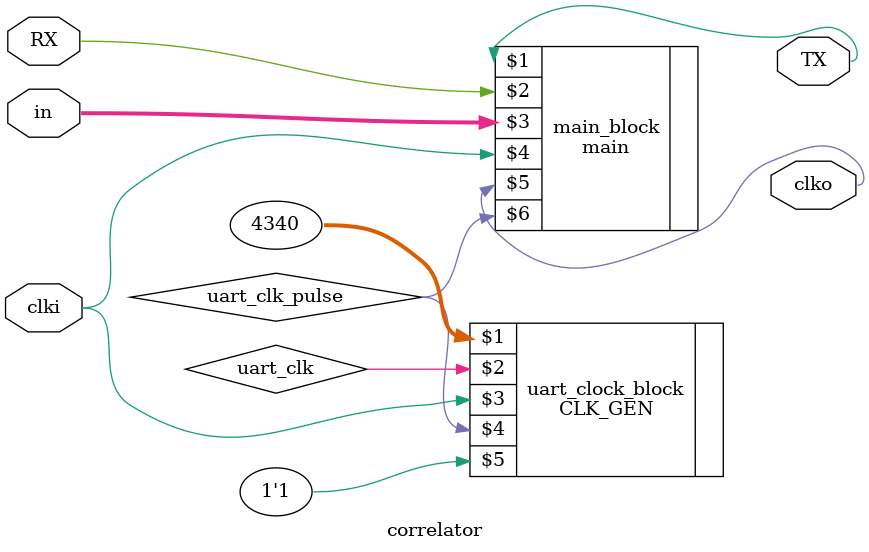
<source format=v>
module correlator (
	TX,
	RX,
	in,
	clki,
	clko
	);

parameter SECOND = 1000000000;
parameter BAUDRATE = 230400;
parameter UART_TAU = SECOND/BAUDRATE;
parameter CLK_FREQUENCY = 50000000;
parameter RESOLUTION = 12;
parameter ADC_RESOLUTION = 8;
parameter NUM_INPUTS = 10;

output wire TX;
input wire RX;
input wire[NUM_INPUTS-1:0] in;
input wire clki;
output wire clko;

wire uart_clk;
wire uart_clk_pulse;

CLK_GEN #(.CLK_FREQUENCY(CLK_FREQUENCY)) uart_clock_block(
	UART_TAU,
	uart_clk,
	clki,
	uart_clk_pulse,
	1'b1
);

main #(.CLK_FREQUENCY(CLK_FREQUENCY), .RESOLUTION(RESOLUTION), .ADC_RESOLUTION(ADC_RESOLUTION), .NUM_INPUTS(NUM_INPUTS)) main_block(
	TX,
	RX,
	in,
	clki,
	clko,
	uart_clk_pulse
);
endmodule

</source>
